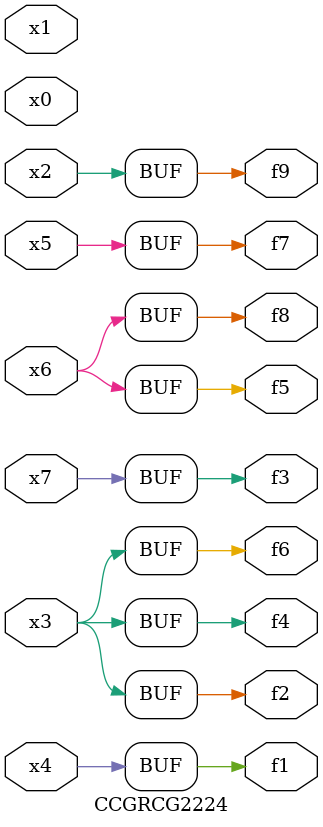
<source format=v>
module CCGRCG2224(
	input x0, x1, x2, x3, x4, x5, x6, x7,
	output f1, f2, f3, f4, f5, f6, f7, f8, f9
);
	assign f1 = x4;
	assign f2 = x3;
	assign f3 = x7;
	assign f4 = x3;
	assign f5 = x6;
	assign f6 = x3;
	assign f7 = x5;
	assign f8 = x6;
	assign f9 = x2;
endmodule

</source>
